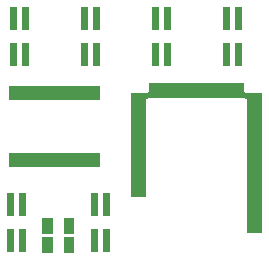
<source format=gbs>
%MOIN*%
%OFA0B0*%
%FSLAX46Y46*%
%IPPOS*%
%LPD*%
%ADD10C,0.0039370078740157488*%
%LPD*%
G04 next file*
%LPD*%
G04 #@! TF.GenerationSoftware,KiCad,Pcbnew,(5.1.2)-1*
G04 #@! TF.CreationDate,2019-11-08T13:50:46+05:30*
G04 #@! TF.ProjectId,TALK,54414c4b-2e6b-4696-9361-645f70636258,rev?*
G04 #@! TF.SameCoordinates,Original*
G04 #@! TF.FileFunction,Soldermask,Bot*
G04 #@! TF.FilePolarity,Negative*
G04 Gerber Fmt 4.6, Leading zero omitted, Abs format (unit mm)*
G04 Created by KiCad (PCBNEW (5.1.2)-1) date 2019-11-08 13:50:46*
G04 APERTURE LIST*
G04 APERTURE END LIST*
D10*
G36*
X0001608976Y0002535472D02*
G01*
X0001573464Y0002535472D01*
X0001573464Y0002588700D01*
X0001608976Y0002588700D01*
X0001608976Y0002535472D01*
X0001608976Y0002535472D01*
G37*
G36*
X0001538110Y0002535472D02*
G01*
X0001502598Y0002535472D01*
X0001502598Y0002588700D01*
X0001538110Y0002588700D01*
X0001538110Y0002535472D01*
X0001538110Y0002535472D01*
G37*
G36*
X0001408031Y0002539409D02*
G01*
X0001384330Y0002539409D01*
X0001384330Y0002616259D01*
X0001408031Y0002616259D01*
X0001408031Y0002539409D01*
X0001408031Y0002539409D01*
G37*
G36*
X0001727244Y0002539409D02*
G01*
X0001703543Y0002539409D01*
X0001703543Y0002616259D01*
X0001727244Y0002616259D01*
X0001727244Y0002539409D01*
X0001727244Y0002539409D01*
G37*
G36*
X0001687874Y0002539409D02*
G01*
X0001664173Y0002539409D01*
X0001664173Y0002616259D01*
X0001687874Y0002616259D01*
X0001687874Y0002539409D01*
X0001687874Y0002539409D01*
G37*
G36*
X0001447401Y0002539409D02*
G01*
X0001423700Y0002539409D01*
X0001423700Y0002616259D01*
X0001447401Y0002616259D01*
X0001447401Y0002539409D01*
X0001447401Y0002539409D01*
G37*
G36*
X0001608976Y0002600433D02*
G01*
X0001573464Y0002600433D01*
X0001573464Y0002653661D01*
X0001608976Y0002653661D01*
X0001608976Y0002600433D01*
X0001608976Y0002600433D01*
G37*
G36*
X0001538110Y0002600433D02*
G01*
X0001502598Y0002600433D01*
X0001502598Y0002653661D01*
X0001538110Y0002653661D01*
X0001538110Y0002600433D01*
X0001538110Y0002600433D01*
G37*
G36*
X0002175590Y0003075905D02*
G01*
X0002175685Y0003074945D01*
X0002175965Y0003074022D01*
X0002176419Y0003073171D01*
X0002177031Y0003072425D01*
X0002177777Y0003071813D01*
X0002178628Y0003071358D01*
X0002179551Y0003071078D01*
X0002180511Y0003070984D01*
X0002234645Y0003070984D01*
X0002234645Y0002604370D01*
X0002183385Y0002604370D01*
X0002183385Y0003046299D01*
X0002183291Y0003047259D01*
X0002183011Y0003048182D01*
X0002182556Y0003049033D01*
X0002181944Y0003049779D01*
X0002181198Y0003050391D01*
X0002180347Y0003050845D01*
X0002179424Y0003051125D01*
X0002178464Y0003051220D01*
X0001853740Y0003051220D01*
X0001852780Y0003051125D01*
X0001851856Y0003050845D01*
X0001851006Y0003050391D01*
X0001850260Y0003049779D01*
X0001849648Y0003049033D01*
X0001849193Y0003048182D01*
X0001848913Y0003047259D01*
X0001848818Y0003046299D01*
X0001848818Y0002722480D01*
X0001797559Y0002722480D01*
X0001797559Y0003070984D01*
X0001851692Y0003070984D01*
X0001852653Y0003071078D01*
X0001853576Y0003071358D01*
X0001854427Y0003071813D01*
X0001855172Y0003072425D01*
X0001855784Y0003073171D01*
X0001856239Y0003074022D01*
X0001856519Y0003074945D01*
X0001856614Y0003075905D01*
X0001856614Y0003102480D01*
X0002175590Y0003102480D01*
X0002175590Y0003075905D01*
X0002175590Y0003075905D01*
G37*
G36*
X0001447401Y0002659488D02*
G01*
X0001423700Y0002659488D01*
X0001423700Y0002736338D01*
X0001447401Y0002736338D01*
X0001447401Y0002659488D01*
X0001447401Y0002659488D01*
G37*
G36*
X0001687874Y0002659488D02*
G01*
X0001664173Y0002659488D01*
X0001664173Y0002736338D01*
X0001687874Y0002736338D01*
X0001687874Y0002659488D01*
X0001687874Y0002659488D01*
G37*
G36*
X0001408031Y0002659488D02*
G01*
X0001384330Y0002659488D01*
X0001384330Y0002736338D01*
X0001408031Y0002736338D01*
X0001408031Y0002659488D01*
X0001408031Y0002659488D01*
G37*
G36*
X0001727244Y0002659488D02*
G01*
X0001703543Y0002659488D01*
X0001703543Y0002736338D01*
X0001727244Y0002736338D01*
X0001727244Y0002659488D01*
X0001727244Y0002659488D01*
G37*
G36*
X0001693818Y0002821220D02*
G01*
X0001392559Y0002821220D01*
X0001392559Y0002868543D01*
X0001693818Y0002868543D01*
X0001693818Y0002821220D01*
X0001693818Y0002821220D01*
G37*
G36*
X0001693818Y0003045629D02*
G01*
X0001392559Y0003045629D01*
X0001392559Y0003092952D01*
X0001693818Y0003092952D01*
X0001693818Y0003045629D01*
X0001693818Y0003045629D01*
G37*
G36*
X0002127125Y0003160157D02*
G01*
X0002103425Y0003160157D01*
X0002103425Y0003237007D01*
X0002127125Y0003237007D01*
X0002127125Y0003160157D01*
X0002127125Y0003160157D01*
G37*
G36*
X0001418740Y0003160157D02*
G01*
X0001395039Y0003160157D01*
X0001395039Y0003237007D01*
X0001418740Y0003237007D01*
X0001418740Y0003160157D01*
X0001418740Y0003160157D01*
G37*
G36*
X0001458110Y0003160157D02*
G01*
X0001434409Y0003160157D01*
X0001434409Y0003237007D01*
X0001458110Y0003237007D01*
X0001458110Y0003160157D01*
X0001458110Y0003160157D01*
G37*
G36*
X0001654868Y0003160157D02*
G01*
X0001631167Y0003160157D01*
X0001631167Y0003237007D01*
X0001654868Y0003237007D01*
X0001654868Y0003160157D01*
X0001654868Y0003160157D01*
G37*
G36*
X0001890997Y0003160157D02*
G01*
X0001867296Y0003160157D01*
X0001867296Y0003237007D01*
X0001890997Y0003237007D01*
X0001890997Y0003160157D01*
X0001890997Y0003160157D01*
G37*
G36*
X0001930367Y0003160157D02*
G01*
X0001906666Y0003160157D01*
X0001906666Y0003237007D01*
X0001930367Y0003237007D01*
X0001930367Y0003160157D01*
X0001930367Y0003160157D01*
G37*
G36*
X0001694238Y0003160157D02*
G01*
X0001670538Y0003160157D01*
X0001670538Y0003237007D01*
X0001694238Y0003237007D01*
X0001694238Y0003160157D01*
X0001694238Y0003160157D01*
G37*
G36*
X0002166496Y0003160157D02*
G01*
X0002142795Y0003160157D01*
X0002142795Y0003237007D01*
X0002166496Y0003237007D01*
X0002166496Y0003160157D01*
X0002166496Y0003160157D01*
G37*
G36*
X0001418740Y0003280236D02*
G01*
X0001395039Y0003280236D01*
X0001395039Y0003357086D01*
X0001418740Y0003357086D01*
X0001418740Y0003280236D01*
X0001418740Y0003280236D01*
G37*
G36*
X0001654868Y0003280236D02*
G01*
X0001631167Y0003280236D01*
X0001631167Y0003357086D01*
X0001654868Y0003357086D01*
X0001654868Y0003280236D01*
X0001654868Y0003280236D01*
G37*
G36*
X0001458110Y0003280236D02*
G01*
X0001434409Y0003280236D01*
X0001434409Y0003357086D01*
X0001458110Y0003357086D01*
X0001458110Y0003280236D01*
X0001458110Y0003280236D01*
G37*
G36*
X0001694238Y0003280236D02*
G01*
X0001670538Y0003280236D01*
X0001670538Y0003357086D01*
X0001694238Y0003357086D01*
X0001694238Y0003280236D01*
X0001694238Y0003280236D01*
G37*
G36*
X0001890997Y0003280236D02*
G01*
X0001867296Y0003280236D01*
X0001867296Y0003357086D01*
X0001890997Y0003357086D01*
X0001890997Y0003280236D01*
X0001890997Y0003280236D01*
G37*
G36*
X0001930367Y0003280236D02*
G01*
X0001906666Y0003280236D01*
X0001906666Y0003357086D01*
X0001930367Y0003357086D01*
X0001930367Y0003280236D01*
X0001930367Y0003280236D01*
G37*
G36*
X0002127125Y0003280236D02*
G01*
X0002103425Y0003280236D01*
X0002103425Y0003357086D01*
X0002127125Y0003357086D01*
X0002127125Y0003280236D01*
X0002127125Y0003280236D01*
G37*
G36*
X0002166496Y0003280236D02*
G01*
X0002142795Y0003280236D01*
X0002142795Y0003357086D01*
X0002166496Y0003357086D01*
X0002166496Y0003280236D01*
X0002166496Y0003280236D01*
G37*
M02*
</source>
